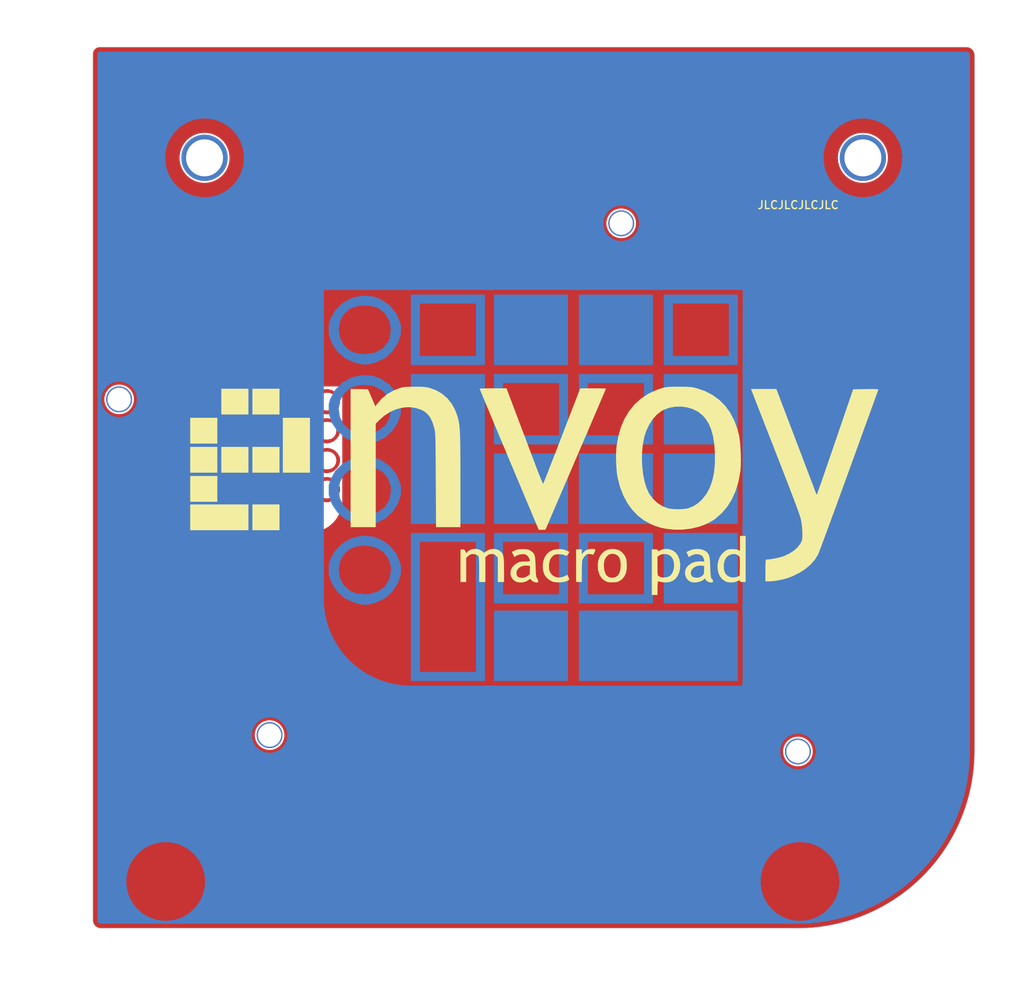
<source format=kicad_pcb>
(kicad_pcb (version 20210925) (generator pcbnew)
  (layers (0 "F.Cu" signal) (31 "B.Cu" signal) (34 "B.Paste" user) (35 "F.Paste" user) (36 "B.SilkS" user "B.Silkscreen") (37 "F.SilkS" user "F.Silkscreen") (38 "B.Mask" user) (39 "F.Mask" user) (44 "Edge.Cuts" user))
  (net 0 "")
  (footprint "Envoy:MountingHole_Reinforced_2.5mm" (layer "F.Cu") (at 176.2755 126.23175)
    (fp_text reference "H4" hide)
    (fp_text value "MountingHole")
    (pad "" thru_hole circle (at 0 0) (size 2.8 2.8) (drill 2.5) (layers *.Cu *.Mask))
  )
  (footprint "Envoy:MountingHole_Reinforced_2.5mm" (layer "F.Cu") (at 102.863 88.13175)
    (fp_text reference "H1" hide)
    (fp_text value "MountingHole")
    (pad "" thru_hole circle (at 0 0) (size 2.8 2.8) (drill 2.5) (layers *.Cu *.Mask))
  )
  (footprint "Envoy:MountingHole_Reinforced_2.5mm" (layer "F.Cu") (at 119.1355 124.46175)
    (fp_text reference "H3" hide)
    (fp_text value "MountingHole")
    (pad "" thru_hole circle (at 0 0) (size 2.8 2.8) (drill 2.5) (layers *.Cu *.Mask))
  )
  (footprint "Envoy:MountingHole_Reinforced_2.5mm" (layer "F.Cu") (at 157.162 69.08175)
    (fp_text reference "H2" hide)
    (fp_text value "MountingHole")
    (pad "" thru_hole circle (at 0 0) (size 2.8 2.8) (drill 2.5) (layers *.Cu *.Mask))
  )
  (footprint "Envoy:Keyboard_conical_foot" (layer "F.Cu") (at 112.1 62)
    (fp_text reference "H5" hide)
    (fp_text value "MountingHole")
    (pad "1" thru_hole circle locked (at 0 0) (size 5 5) (drill 4) (layers *.Cu "F.Mask"))
  )
  (footprint "Envoy:Keyboard_conical_foot" (layer "F.Cu") (at 183.3 62)
    (fp_text reference "H6" hide)
    (fp_text value "MountingHole")
    (pad "1" thru_hole circle locked (at 0 0) (size 5 5) (drill 4) (layers *.Cu "F.Mask"))
  )
  (footprint "Envoy:BumperLocator_8.5mm" (layer "F.Cu") (at 112.1 62)
    (fp_text reference "B2" hide)
    (fp_text value "BumperPad")
    (zone (net 0) (net_name "") (layer "B.Cu") (connect_pads (clearance 0)) (min_thickness 0.254)
      (keepout (tracks allowed) (vias allowed) (pads allowed) (copperpour not_allowed) (footprints allowed))
      (fill (thermal_gap 0.508) (thermal_bridge_width 0.508))
      (polygon (pts (xy 116.354819 62) (xy 116.335936 61.599586) (xy 116.279454 61.202726) (xy 116.185876 60.812943) (xy 116.056031 60.433697) (xy 115.891071 60.068353) (xy 115.692462 59.720154) (xy 115.461967 59.392191) (xy 115.20163 59.087376) (xy 114.913762 58.808413) (xy 114.60092 58.557779) (xy 114.265879 58.337698) (xy 113.911614 58.150125) (xy 113.541269 57.996723) (xy 113.15813 57.878854) (xy 112.7656 57.797565) (xy 112.367162 57.753577) (xy 111.966353 57.74728) (xy 111.56673 57.778732) (xy 111.17184 57.847651) (xy 110.785189 57.953427) (xy 110.410208 58.09512) (xy 110.050225 58.271474) (xy 109.708437 58.480922) (xy 109.387876 58.721606) (xy 109.091389 58.991389) (xy 108.821606 59.287876) (xy 108.580922 59.608437) (xy 108.371474 59.950225) (xy 108.19512 60.310208) (xy 108.053427 60.685189) (xy 107.947651 61.07184) (xy 107.878732 61.46673) (xy 107.84728 61.866353) (xy 107.853577 62.267162) (xy 107.897565 62.6656) (xy 107.978854 63.05813) (xy 108.096723 63.441269) (xy 108.250125 63.811614) (xy 108.437698 64.165879) (xy 108.657779 64.50092) (xy 108.908413 64.813762) (xy 109.187376 65.10163) (xy 109.492191 65.361967) (xy 109.820154 65.592462) (xy 110.168353 65.791071) (xy 110.533697 65.956031) (xy 110.912943 66.085876) (xy 111.302726 66.179454) (xy 111.699586 66.235936) (xy 112.1 66.254819) (xy 112.500414 66.235936) (xy 112.897274 66.179454) (xy 113.287057 66.085876) (xy 113.666303 65.956031) (xy 114.031647 65.791071) (xy 114.379846 65.592462) (xy 114.707809 65.361967) (xy 115.012624 65.10163) (xy 115.291587 64.813762) (xy 115.542221 64.50092) (xy 115.762302 64.165879) (xy 115.949875 63.811614) (xy 116.103277 63.441269) (xy 116.221146 63.05813) (xy 116.302435 62.6656) (xy 116.346423 62.267162)))
    )
  )
  (footprint "Envoy:BumperLocator_8.5mm" (layer "F.Cu") (at 176.5 140.3)
    (fp_text reference "B4" hide)
    (fp_text value "BumperPad")
    (zone (net 0) (net_name "") (layer "B.Cu") (connect_pads (clearance 0)) (min_thickness 0.254)
      (keepout (tracks allowed) (vias allowed) (pads allowed) (copperpour not_allowed) (footprints allowed))
      (fill (thermal_gap 0.508) (thermal_bridge_width 0.508))
      (polygon (pts (xy 180.754819 140.3) (xy 180.735936 139.899586) (xy 180.679454 139.502726) (xy 180.585876 139.112943) (xy 180.456031 138.733697) (xy 180.291071 138.368353) (xy 180.092462 138.020154) (xy 179.861967 137.692191) (xy 179.60163 137.387376) (xy 179.313762 137.108413) (xy 179.00092 136.857779) (xy 178.665879 136.637698) (xy 178.311614 136.450125) (xy 177.941269 136.296723) (xy 177.55813 136.178854) (xy 177.1656 136.097565) (xy 176.767162 136.053577) (xy 176.366353 136.04728) (xy 175.96673 136.078732) (xy 175.57184 136.147651) (xy 175.185189 136.253427) (xy 174.810208 136.39512) (xy 174.450225 136.571474) (xy 174.108437 136.780922) (xy 173.787876 137.021606) (xy 173.491389 137.291389) (xy 173.221606 137.587876) (xy 172.980922 137.908437) (xy 172.771474 138.250225) (xy 172.59512 138.610208) (xy 172.453427 138.985189) (xy 172.347651 139.37184) (xy 172.278732 139.76673) (xy 172.24728 140.166353) (xy 172.253577 140.567162) (xy 172.297565 140.9656) (xy 172.378854 141.35813) (xy 172.496723 141.741269) (xy 172.650125 142.111614) (xy 172.837698 142.465879) (xy 173.057779 142.80092) (xy 173.308413 143.113762) (xy 173.587376 143.40163) (xy 173.892191 143.661967) (xy 174.220154 143.892462) (xy 174.568353 144.091071) (xy 174.933697 144.256031) (xy 175.312943 144.385876) (xy 175.702726 144.479454) (xy 176.099586 144.535936) (xy 176.5 144.554819) (xy 176.900414 144.535936) (xy 177.297274 144.479454) (xy 177.687057 144.385876) (xy 178.066303 144.256031) (xy 178.431647 144.091071) (xy 178.779846 143.892462) (xy 179.107809 143.661967) (xy 179.412624 143.40163) (xy 179.691587 143.113762) (xy 179.942221 142.80092) (xy 180.162302 142.465879) (xy 180.349875 142.111614) (xy 180.503277 141.741269) (xy 180.621146 141.35813) (xy 180.702435 140.9656) (xy 180.746423 140.567162)))
    )
  )
  (footprint "Envoy:BumperLocator_8.5mm" (layer "F.Cu") (at 107.9 140.3)
    (fp_text reference "B1" hide)
    (fp_text value "BumperPad")
    (zone (net 0) (net_name "") (layer "B.Cu") (connect_pads (clearance 0)) (min_thickness 0.254)
      (keepout (tracks allowed) (vias allowed) (pads allowed) (copperpour not_allowed) (footprints allowed))
      (fill (thermal_gap 0.508) (thermal_bridge_width 0.508))
      (polygon (pts (xy 112.154819 140.3) (xy 112.135936 139.899586) (xy 112.079454 139.502726) (xy 111.985876 139.112943) (xy 111.856031 138.733697) (xy 111.691071 138.368353) (xy 111.492462 138.020154) (xy 111.261967 137.692191) (xy 111.00163 137.387376) (xy 110.713762 137.108413) (xy 110.40092 136.857779) (xy 110.065879 136.637698) (xy 109.711614 136.450125) (xy 109.341269 136.296723) (xy 108.95813 136.178854) (xy 108.5656 136.097565) (xy 108.167162 136.053577) (xy 107.766353 136.04728) (xy 107.36673 136.078732) (xy 106.97184 136.147651) (xy 106.585189 136.253427) (xy 106.210208 136.39512) (xy 105.850225 136.571474) (xy 105.508437 136.780922) (xy 105.187876 137.021606) (xy 104.891389 137.291389) (xy 104.621606 137.587876) (xy 104.380922 137.908437) (xy 104.171474 138.250225) (xy 103.99512 138.610208) (xy 103.853427 138.985189) (xy 103.747651 139.37184) (xy 103.678732 139.76673) (xy 103.64728 140.166353) (xy 103.653577 140.567162) (xy 103.697565 140.9656) (xy 103.778854 141.35813) (xy 103.896723 141.741269) (xy 104.050125 142.111614) (xy 104.237698 142.465879) (xy 104.457779 142.80092) (xy 104.708413 143.113762) (xy 104.987376 143.40163) (xy 105.292191 143.661967) (xy 105.620154 143.892462) (xy 105.968353 144.091071) (xy 106.333697 144.256031) (xy 106.712943 144.385876) (xy 107.102726 144.479454) (xy 107.499586 144.535936) (xy 107.9 144.554819) (xy 108.300414 144.535936) (xy 108.697274 144.479454) (xy 109.087057 144.385876) (xy 109.466303 144.256031) (xy 109.831647 144.091071) (xy 110.179846 143.892462) (xy 110.507809 143.661967) (xy 110.812624 143.40163) (xy 111.091587 143.113762) (xy 111.342221 142.80092) (xy 111.562302 142.465879) (xy 111.749875 142.111614) (xy 111.903277 141.741269) (xy 112.021146 141.35813) (xy 112.102435 140.9656) (xy 112.146423 140.567162)))
    )
  )
  (footprint "Envoy:BumperLocator_8.5mm" (layer "F.Cu") (at 183.3 62)
    (fp_text reference "B3" hide)
    (fp_text value "BumperPad")
    (zone (net 0) (net_name "") (layer "B.Cu") (connect_pads (clearance 0)) (min_thickness 0.254)
      (keepout (tracks allowed) (vias allowed) (pads allowed) (copperpour not_allowed) (footprints allowed))
      (fill (thermal_gap 0.508) (thermal_bridge_width 0.508))
      (polygon (pts (xy 187.554819 62) (xy 187.535936 61.599586) (xy 187.479454 61.202726) (xy 187.385876 60.812943) (xy 187.256031 60.433697) (xy 187.091071 60.068353) (xy 186.892462 59.720154) (xy 186.661967 59.392191) (xy 186.40163 59.087376) (xy 186.113762 58.808413) (xy 185.80092 58.557779) (xy 185.465879 58.337698) (xy 185.111614 58.150125) (xy 184.741269 57.996723) (xy 184.35813 57.878854) (xy 183.9656 57.797565) (xy 183.567162 57.753577) (xy 183.166353 57.74728) (xy 182.76673 57.778732) (xy 182.37184 57.847651) (xy 181.985189 57.953427) (xy 181.610208 58.09512) (xy 181.250225 58.271474) (xy 180.908437 58.480922) (xy 180.587876 58.721606) (xy 180.291389 58.991389) (xy 180.021606 59.287876) (xy 179.780922 59.608437) (xy 179.571474 59.950225) (xy 179.39512 60.310208) (xy 179.253427 60.685189) (xy 179.147651 61.07184) (xy 179.078732 61.46673) (xy 179.04728 61.866353) (xy 179.053577 62.267162) (xy 179.097565 62.6656) (xy 179.178854 63.05813) (xy 179.296723 63.441269) (xy 179.450125 63.811614) (xy 179.637698 64.165879) (xy 179.857779 64.50092) (xy 180.108413 64.813762) (xy 180.387376 65.10163) (xy 180.692191 65.361967) (xy 181.020154 65.592462) (xy 181.368353 65.791071) (xy 181.733697 65.956031) (xy 182.112943 66.085876) (xy 182.502726 66.179454) (xy 182.899586 66.235936) (xy 183.3 66.254819) (xy 183.700414 66.235936) (xy 184.097274 66.179454) (xy 184.487057 66.085876) (xy 184.866303 65.956031) (xy 185.231647 65.791071) (xy 185.579846 65.592462) (xy 185.907809 65.361967) (xy 186.212624 65.10163) (xy 186.491587 64.813762) (xy 186.742221 64.50092) (xy 186.962302 64.165879) (xy 187.149875 63.811614) (xy 187.303277 63.441269) (xy 187.421146 63.05813) (xy 187.502435 62.6656) (xy 187.546423 62.267162)))
    )
  )
  (footprint "Envoy:Envoy_name_80mm" (layer "F.Cu") (at 149.543689 97.782727)
    (fp_text reference "G***" hide)
    (fp_text value "LOGO" hide)
    (fp_poly (pts (xy -26.043944 -1.717183) (xy -28.977465 -1.717183) (xy -28.977465 -7.655775) (xy -26.043944 -7.655775)) (layer "F.Cu") (width 0) (fill solid))
    (fp_poly (pts (xy -29.335211 -4.865352) (xy -32.268732 -4.865352) (xy -32.268732 -5.223099) (xy -31.910986 -5.223099) (xy -29.692958 -5.223099) (xy -29.692958 -7.298028) (xy -31.910986 -7.298028) (xy -31.910986 -5.223099) (xy -32.268732 -5.223099) (xy -32.268732 -7.655775) (xy -29.335211 -7.655775)) (layer "F.Cu") (width 0) (fill solid))
    (fp_poly (pts (xy -29.335211 -8.013521) (xy -32.268732 -8.013521) (xy -32.268732 -10.803944) (xy -29.335211 -10.803944)) (layer "F.Cu") (width 0) (fill solid))
    (fp_poly (pts (xy -23.712751 -4.306887) (xy -23.348421 -4.108838) (xy -23.05215 -3.820799) (xy -22.85053 -3.459767) (xy -22.791787 -3.248114) (xy -22.790024 -2.873389) (xy -22.909708 -2.505776) (xy -23.131043 -2.175359) (xy -23.434233 -1.912224) (xy -23.775308 -1.753367) (xy -24.03666 -1.682219) (xy -24.228905 -1.657839) (xy -24.418278 -1.680533) (xy -24.671018 -1.750605) (xy -24.693747 -1.757585) (xy -25.031443 -1.92566) (xy -25.317048 -2.188365) (xy -25.529577 -2.512959) (xy -25.648046 -2.866702) (xy -25.649889 -3.055179) (xy -25.256634 -3.055179) (xy -25.195064 -2.685073) (xy -25.019003 -2.390996) (xy -24.742617 -2.186327) (xy -24.38007 -2.084448) (xy -24.219436 -2.075465) (xy -23.858868 -2.121042) (xy -23.632628 -2.215132) (xy -23.382586 -2.441892) (xy -23.234301 -2.732824) (xy -23.186917 -3.054871) (xy -23.23958 -3.374979) (xy -23.391435 -3.660091) (xy -23.641627 -3.87715) (xy -23.6761 -3.895963) (xy -23.885042 -3.965756) (xy -24.14384 -4.004176) (xy -24.219436 -4.006761) (xy -24.604931 -3.948221) (xy -24.916306 -3.78329) (xy -25.136085 -3.528) (xy -25.246794 -3.198383) (xy -25.256634 -3.055179) (xy -25.649889 -3.055179) (xy -25.65147 -3.216854) (xy -25.646175 -3.243593) (xy -25.486768 -3.661349) (xy -25.214571 -4.004987) (xy -24.849222 -4.254612) (xy -24.539225 -4.365031) (xy -24.11855 -4.397951)) (layer "F.Cu") (width 0) (fill solid))
    (fp_poly (pts (xy -36.060845 -1.717183) (xy -38.994366 -1.717183) (xy -38.994366 -4.507606) (xy -36.060845 -4.507606)) (layer "F.Cu") (width 0) (fill solid))
    (fp_poly (pts (xy -32.698028 -4.865352) (xy -35.631549 -4.865352) (xy -35.631549 -5.223099) (xy -35.273803 -5.223099) (xy -33.055775 -5.223099) (xy -33.055775 -7.298028) (xy -35.273803 -7.298028) (xy -35.273803 -5.223099) (xy -35.631549 -5.223099) (xy -35.631549 -7.655775) (xy -32.698028 -7.655775)) (layer "F.Cu") (width 0) (fill solid))
    (fp_poly (pts (xy -32.698028 1.430986) (xy -35.631549 1.430986) (xy -35.631549 1.073239) (xy -35.273803 1.073239) (xy -33.055775 1.073239) (xy -33.055775 -1.00169) (xy -35.273803 -1.00169) (xy -35.273803 1.073239) (xy -35.631549 1.073239) (xy -35.631549 -1.359437) (xy -32.698028 -1.359437)) (layer "F.Cu") (width 0) (fill solid))
    (fp_poly (pts (xy -26.043944 4.507606) (xy -28.977465 4.507606) (xy -28.977465 4.149859) (xy -28.619718 4.149859) (xy -26.40169 4.149859) (xy -26.40169 -1.00169) (xy -28.619718 -1.00169) (xy -28.619718 4.149859) (xy -28.977465 4.149859) (xy -28.977465 -1.359437) (xy -26.043944 -1.359437)) (layer "F.Cu") (width 0) (fill solid))
    (fp_poly (pts (xy -36.060845 -4.865352) (xy -38.994366 -4.865352) (xy -38.994366 -7.655775) (xy -36.060845 -7.655775)) (layer "F.Cu") (width 0) (fill solid))
    (fp_poly (pts (xy -29.335211 1.430986) (xy -32.268732 1.430986) (xy -32.268732 1.073239) (xy -31.910986 1.073239) (xy -29.692958 1.073239) (xy -29.692958 -1.00169) (xy -31.910986 -1.00169) (xy -31.910986 1.073239) (xy -32.268732 1.073239) (xy -32.268732 -1.359437) (xy -29.335211 -1.359437)) (layer "F.Cu") (width 0) (fill solid))
    (fp_poly (pts (xy -36.060845 -8.013521) (xy -38.994366 -8.013521) (xy -38.994366 -8.371268) (xy -38.63662 -8.371268) (xy -36.418591 -8.371268) (xy -36.418591 -10.446197) (xy -38.63662 -10.446197) (xy -38.63662 -8.371268) (xy -38.994366 -8.371268) (xy -38.994366 -10.803944) (xy -36.060845 -10.803944)) (layer "F.Cu") (width 0) (fill solid))
    (fp_poly (pts (xy -26.043944 -8.013521) (xy -28.977465 -8.013521) (xy -28.977465 -8.371268) (xy -28.619718 -8.371268) (xy -26.40169 -8.371268) (xy -26.40169 -10.446197) (xy -28.619718 -10.446197) (xy -28.619718 -8.371268) (xy -28.977465 -8.371268) (xy -28.977465 -10.803944) (xy -26.043944 -10.803944)) (layer "F.Cu") (width 0) (fill solid))
    (fp_poly (pts (xy -32.698028 -1.717183) (xy -35.631549 -1.717183) (xy -35.631549 -4.507606) (xy -32.698028 -4.507606)) (layer "F.Cu") (width 0) (fill solid))
    (fp_poly (pts (xy -36.060845 1.430986) (xy -38.994366 1.430986) (xy -38.994366 -1.359437) (xy -36.060845 -1.359437)) (layer "F.Cu") (width 0) (fill solid))
    (fp_poly (pts (xy -32.698028 -8.013521) (xy -35.631549 -8.013521) (xy -35.631549 -10.803944) (xy -32.698028 -10.803944)) (layer "F.Cu") (width 0) (fill solid))
    (fp_poly (pts (xy -32.698028 4.507606) (xy -38.994366 4.507606) (xy -38.994366 1.717183) (xy -32.698028 1.717183)) (layer "F.Cu") (width 0) (fill solid))
    (fp_poly (pts (xy -29.335211 -1.717183) (xy -32.268732 -1.717183) (xy -32.268732 -4.507606) (xy -29.335211 -4.507606)) (layer "F.Cu") (width 0) (fill solid))
    (fp_poly (pts (xy -23.712751 -1.158718) (xy -23.348421 -0.960669) (xy -23.05215 -0.67263) (xy -22.85053 -0.311598) (xy -22.791787 -0.099945) (xy -22.790024 0.27478) (xy -22.909708 0.642393) (xy -23.131043 0.97281) (xy -23.434233 1.235945) (xy -23.775308 1.394802) (xy -24.03666 1.46595) (xy -24.228905 1.49033) (xy -24.418278 1.467636) (xy -24.671018 1.397564) (xy -24.693747 1.390584) (xy -25.031443 1.222509) (xy -25.317048 0.959804) (xy -25.529577 0.63521) (xy -25.648046 0.281467) (xy -25.649889 0.09299) (xy -25.256634 0.09299) (xy -25.195064 0.463096) (xy -25.019003 0.757173) (xy -24.742617 0.961842) (xy -24.38007 1.063721) (xy -24.219436 1.072704) (xy -23.858868 1.027127) (xy -23.632628 0.933037) (xy -23.382586 0.706277) (xy -23.234301 0.415345) (xy -23.186917 0.093298) (xy -23.23958 -0.22681) (xy -23.391435 -0.511922) (xy -23.641627 -0.728981) (xy -23.6761 -0.747794) (xy -23.885042 -0.817587) (xy -24.14384 -0.856007) (xy -24.219436 -0.858592) (xy -24.604931 -0.800052) (xy -24.916306 -0.635121) (xy -25.136085 -0.379831) (xy -25.246794 -0.050214) (xy -25.256634 0.09299) (xy -25.649889 0.09299) (xy -25.65147 -0.068685) (xy -25.646175 -0.095424) (xy -25.486768 -0.51318) (xy -25.214571 -0.856818) (xy -24.849222 -1.106443) (xy -24.539225 -1.216862) (xy -24.11855 -1.249782)) (layer "F.Cu") (width 0) (fill solid))
    (fp_poly (pts (xy -23.712751 -7.526606) (xy -23.348421 -7.328556) (xy -23.05215 -7.040517) (xy -22.85053 -6.679485) (xy -22.791787 -6.467832) (xy -22.790024 -6.093107) (xy -22.909708 -5.725494) (xy -23.131043 -5.395077) (xy -23.434233 -5.131943) (xy -23.775308 -4.973085) (xy -24.03666 -4.901937) (xy -24.228905 -4.877558) (xy -24.418278 -4.900252) (xy -24.671018 -4.970323) (xy -24.693747 -4.977303) (xy -25.031443 -5.145378) (xy -25.317048 -5.408083) (xy -25.529577 -5.732677) (xy -25.648046 -6.086421) (xy -25.649889 -6.274898) (xy -25.256634 -6.274898) (xy -25.195064 -5.904792) (xy -25.019003 -5.610714) (xy -24.742617 -5.406045) (xy -24.38007 -5.304166) (xy -24.219436 -5.295183) (xy -23.858868 -5.34076) (xy -23.632628 -5.43485) (xy -23.382586 -5.66161) (xy -23.234301 -5.952542) (xy -23.186917 -6.27459) (xy -23.23958 -6.594697) (xy -23.391435 -6.879809) (xy -23.641627 -7.096869) (xy -23.6761 -7.115681) (xy -23.885042 -7.185475) (xy -24.14384 -7.223895) (xy -24.219436 -7.226479) (xy -24.604931 -7.167939) (xy -24.916306 -7.003009) (xy -25.136085 -6.747718) (xy -25.246794 -6.418101) (xy -25.256634 -6.274898) (xy -25.649889 -6.274898) (xy -25.65147 -6.436572) (xy -25.646175 -6.463311) (xy -25.486768 -6.881067) (xy -25.214571 -7.224705) (xy -24.849222 -7.474331) (xy -24.539225 -7.584749) (xy -24.11855 -7.617669)) (layer "F.Cu") (width 0) (fill solid))
    (fp_poly (pts (xy -23.712751 -10.674775) (xy -23.348421 -10.476726) (xy -23.05215 -10.188686) (xy -22.85053 -9.827654) (xy -22.791787 -9.616001) (xy -22.790024 -9.241276) (xy -22.909708 -8.873663) (xy -23.131043 -8.543246) (xy -23.434233 -8.280112) (xy -23.775308 -8.121254) (xy -24.03666 -8.050106) (xy -24.228905 -8.025727) (xy -24.418278 -8.048421) (xy -24.671018 -8.118492) (xy -24.693747 -8.125472) (xy -25.031443 -8.293547) (xy -25.317048 -8.556252) (xy -25.529577 -8.880846) (xy -25.648046 -9.23459) (xy -25.649992 -9.433595) (xy -25.252494 -9.433595) (xy -25.209534 -9.092702) (xy -25.146104 -8.936945) (xy -24.932981 -8.674075) (xy -24.624373 -8.505961) (xy -24.24075 -8.443506) (xy -24.219436 -8.443352) (xy -23.858868 -8.488929) (xy -23.632628 -8.583019) (xy -23.382586 -8.809779) (xy -23.234301 -9.100711) (xy -23.186917 -9.422759) (xy -23.23958 -9.742866) (xy -23.391435 -10.027978) (xy -23.641627 -10.245038) (xy -23.6761 -10.26385) (xy -23.960369 -10.350347) (xy -24.29927 -10.368617) (xy -24.621647 -10.318659) (xy -24.762773 -10.26385) (xy -25.018202 -10.056941) (xy -25.185079 -9.767598) (xy -25.252494 -9.433595) (xy -25.649992 -9.433595) (xy -25.65147 -9.584741) (xy -25.646175 -9.61148) (xy -25.486768 -10.029236) (xy -25.214571 -10.372874) (xy -24.849222 -10.6225) (xy -24.539225 -10.732918) (xy -24.11855 -10.765838)) (layer "F.Cu") (width 0) (fill solid))
    (fp_poly (pts (xy -29.335211 4.507606) (xy -32.268732 4.507606) (xy -32.268732 1.717183) (xy -29.335211 1.717183)) (layer "F.Cu") (width 0) (fill solid))
    (zone (net 0) (net_name "") (layer "F.Cu") (connect_pads (clearance 0)) (min_thickness 0.254)
      (keepout (tracks allowed) (vias allowed) (pads allowed) (copperpour not_allowed) (footprints allowed))
      (fill (thermal_gap 0.508) (thermal_bridge_width 0.508))
      (polygon (pts (xy 126.993689 99.202727) (xy 126.983689 99.352727) (xy 126.963689 99.492727) (xy 126.933689 99.662727) (xy 126.903689 99.802727) (xy 126.853689 99.992727) (xy 126.793689 100.192727) (xy 126.703689 100.412727) (xy 126.613689 100.612727) (xy 126.523689 100.772727) (xy 126.443689 100.912727) (xy 126.343689 101.062727) (xy 126.233689 101.212727) (xy 126.083689 101.382727) (xy 125.943689 101.522727) (xy 125.783689 101.672727) (xy 125.623689 101.802727) (xy 125.453689 101.932727) (xy 125.133689 102.112727) (xy 124.953689 102.202727) (xy 124.763689 102.282727) (xy 124.613689 102.332727) (xy 124.473689 102.382727) (xy 124.333689 102.422727) (xy 124.143689 102.462727) (xy 123.983689 102.492727) (xy 123.843689 102.512727) (xy 123.703689 102.522727) (xy 123.493689 102.532727) (xy 110.293689 102.532727) (xy 110.293689 86.732727) (xy 126.993689 86.732727)))
    )
  )
  (footprint "Envoy:Macro_Pad_Text_lowercase_32mm" (layer "F.Cu") (at 155.031788 106.1)
    (fp_text reference "G***" hide)
    (fp_text value "LOGO" hide)
  )
  (footprint "Envoy:Envoy_logo_50mm" (layer "B.Cu") (at 147.7 97.7 180)
    (fp_text reference "G***" hide)
    (fp_text value "LOGO" hide)
    (fp_poly (pts (xy 4.298462 13.286154) (xy -3.712307 13.286154) (xy -3.712307 20.906154) (xy 4.298462 20.906154)) (layer "B.Cu") (width 0) (fill solid))
    (fp_poly (pts (xy 13.286154 -20.906154) (xy 5.275385 -20.906154) (xy 5.275385 -19.929231) (xy 6.252308 -19.929231) (xy 12.309231 -19.929231) (xy 12.309231 -5.861539) (xy 6.252308 -5.861539) (xy 6.252308 -19.929231) (xy 5.275385 -19.929231) (xy 5.275385 -4.884616) (xy 13.286154 -4.884616)) (layer "B.Cu") (width 0) (fill solid))
    (fp_poly (pts (xy 13.286154 13.286154) (xy 5.275385 13.286154) (xy 5.275385 14.263077) (xy 6.252308 14.263077) (xy 12.309231 14.263077) (xy 12.309231 19.929231) (xy 6.252308 19.929231) (xy 6.252308 14.263077) (xy 5.275385 14.263077) (xy 5.275385 20.906154) (xy 13.286154 20.906154)) (layer "B.Cu") (width 0) (fill solid))
    (fp_poly (pts (xy -4.884615 13.286154) (xy -12.895384 13.286154) (xy -12.895384 20.906154) (xy -4.884615 20.906154)) (layer "B.Cu") (width 0) (fill solid))
    (fp_poly (pts (xy -4.884615 -20.906154) (xy -22.078461 -20.906154) (xy -22.078461 -13.286154) (xy -4.884615 -13.286154)) (layer "B.Cu") (width 0) (fill solid))
    (fp_poly (pts (xy -4.884615 4.689231) (xy -12.895384 4.689231) (xy -12.895384 5.666154) (xy -11.918461 5.666154) (xy -5.861538 5.666154) (xy -5.861538 11.332307) (xy -11.918461 11.332307) (xy -11.918461 5.666154) (xy -12.895384 5.666154) (xy -12.895384 12.309231) (xy -4.884615 12.309231)) (layer "B.Cu") (width 0) (fill solid))
    (fp_poly (pts (xy 19.652102 -5.432731) (xy 20.647005 -5.973558) (xy 21.456052 -6.760126) (xy 22.006631 -7.746022) (xy 22.167043 -8.323997) (xy 22.171857 -9.347284) (xy 21.845027 -10.351152) (xy 21.240613 -11.253444) (xy 20.412671 -11.972003) (xy 19.481273 -12.405806) (xy 18.767581 -12.600095) (xy 18.242606 -12.66667) (xy 17.725471 -12.604698) (xy 17.035297 -12.413349) (xy 16.97323 -12.394288) (xy 16.051059 -11.935313) (xy 15.271138 -11.217927) (xy 14.69077 -10.331535) (xy 14.367259 -9.365544) (xy 14.362226 -8.850857) (xy 15.436115 -8.850857) (xy 15.604249 -9.861531) (xy 16.085031 -10.664589) (xy 16.839778 -11.223492) (xy 17.829807 -11.501701) (xy 18.268462 -11.526232) (xy 19.25309 -11.40177) (xy 19.870899 -11.144833) (xy 20.553706 -10.525604) (xy 20.95864 -9.731136) (xy 21.088034 -8.851698) (xy 20.944223 -7.977558) (xy 20.529543 -7.198983) (xy 19.846326 -6.606243) (xy 19.75219 -6.55487) (xy 19.181616 -6.364281) (xy 18.4749 -6.259365) (xy 18.268462 -6.252308) (xy 17.215764 -6.412166) (xy 16.365473 -6.862554) (xy 15.765308 -7.559693) (xy 15.462986 -8.459802) (xy 15.436115 -8.850857) (xy 14.362226 -8.850857) (xy 14.357908 -8.409362) (xy 14.372368 -8.336343) (xy 14.807672 -7.195548) (xy 15.550979 -6.257152) (xy 16.548662 -5.575482) (xy 17.395192 -5.273955) (xy 18.54396 -5.184059)) (layer "B.Cu") (width 0) (fill solid))
    (fp_poly (pts (xy -14.067692 4.689231) (xy -22.078461 4.689231) (xy -22.078461 12.309231) (xy -14.067692 12.309231)) (layer "B.Cu") (width 0) (fill solid))
    (fp_poly (pts (xy 13.286154 -3.907693) (xy 5.275385 -3.907693) (xy 5.275385 12.309231) (xy 13.286154 12.309231)) (layer "B.Cu") (width 0) (fill solid))
    (fp_poly (pts (xy -4.884615 -3.907693) (xy -12.895384 -3.907693) (xy -12.895384 3.712307) (xy -4.884615 3.712307)) (layer "B.Cu") (width 0) (fill solid))
    (fp_poly (pts (xy 4.298462 -3.907693) (xy -3.712307 -3.907693) (xy -3.712307 3.712307) (xy 4.298462 3.712307)) (layer "B.Cu") (width 0) (fill solid))
    (fp_poly (pts (xy 19.652102 3.164192) (xy 20.647005 2.623365) (xy 21.456052 1.836797) (xy 22.006631 0.850901) (xy 22.167043 0.272926) (xy 22.171857 -0.750361) (xy 21.845027 -1.754229) (xy 21.240613 -2.65652) (xy 20.412671 -3.37508) (xy 19.481273 -3.808883) (xy 18.767581 -4.003172) (xy 18.242606 -4.069747) (xy 17.725471 -4.007775) (xy 17.035297 -3.816426) (xy 16.97323 -3.797365) (xy 16.051059 -3.33839) (xy 15.271138 -2.621004) (xy 14.69077 -1.734612) (xy 14.367259 -0.768621) (xy 14.362226 -0.253934) (xy 15.436115 -0.253934) (xy 15.604249 -1.264608) (xy 16.085031 -2.067666) (xy 16.839778 -2.626569) (xy 17.829807 -2.904778) (xy 18.268462 -2.929309) (xy 19.25309 -2.804847) (xy 19.870899 -2.54791) (xy 20.553706 -1.928681) (xy 20.95864 -1.134213) (xy 21.088034 -0.254775) (xy 20.944223 0.619366) (xy 20.529543 1.39794) (xy 19.846326 1.99068) (xy 19.75219 2.042053) (xy 19.181616 2.232642) (xy 18.4749 2.337558) (xy 18.268462 2.344615) (xy 17.215764 2.184757) (xy 16.365473 1.734369) (xy 15.765308 1.03723) (xy 15.462986 0.137121) (xy 15.436115 -0.253934) (xy 14.362226 -0.253934) (xy 14.357908 0.187562) (xy 14.372368 0.26058) (xy 14.807672 1.401375) (xy 15.550979 2.339772) (xy 16.548662 3.021441) (xy 17.395192 3.322968) (xy 18.54396 3.412864)) (layer "B.Cu") (width 0) (fill solid))
    (fp_poly (pts (xy -4.884615 -12.504616) (xy -12.895384 -12.504616) (xy -12.895384 -11.527693) (xy -11.918461 -11.527693) (xy -5.861538 -11.527693) (xy -5.861538 -5.861539) (xy -11.918461 -5.861539) (xy -11.918461 -11.527693) (xy -12.895384 -11.527693) (xy -12.895384 -4.884616) (xy -4.884615 -4.884616)) (layer "B.Cu") (width 0) (fill solid))
    (fp_poly (pts (xy -14.067692 -3.907693) (xy -22.078461 -3.907693) (xy -22.078461 3.712307) (xy -14.067692 3.712307)) (layer "B.Cu") (width 0) (fill solid))
    (fp_poly (pts (xy 19.652102 11.9565) (xy 20.647005 11.415673) (xy 21.456052 10.629105) (xy 22.006631 9.643208) (xy 22.167043 9.065234) (xy 22.171857 8.041947) (xy 21.845027 7.038079) (xy 21.240613 6.135787) (xy 20.412671 5.417228) (xy 19.481273 4.983425) (xy 18.767581 4.789135) (xy 18.242606 4.722561) (xy 17.725471 4.784533) (xy 17.035297 4.975881) (xy 16.97323 4.994943) (xy 16.051059 5.453917) (xy 15.271138 6.171304) (xy 14.69077 7.057696) (xy 14.367259 8.023686) (xy 14.362226 8.538374) (xy 15.436115 8.538374) (xy 15.604249 7.5277) (xy 16.085031 6.724642) (xy 16.839778 6.165739) (xy 17.829807 5.88753) (xy 18.268462 5.862999) (xy 19.25309 5.987461) (xy 19.870899 6.244397) (xy 20.553706 6.863627) (xy 20.95864 7.658095) (xy 21.088034 8.537533) (xy 20.944223 9.411673) (xy 20.529543 10.190247) (xy 19.846326 10.782987) (xy 19.75219 10.83436) (xy 19.181616 11.02495) (xy 18.4749 11.129866) (xy 18.268462 11.136923) (xy 17.215764 10.977065) (xy 16.365473 10.526677) (xy 15.765308 9.829538) (xy 15.462986 8.929429) (xy 15.436115 8.538374) (xy 14.362226 8.538374) (xy 14.357908 8.979869) (xy 14.372368 9.052888) (xy 14.807672 10.193683) (xy 15.550979 11.132079) (xy 16.548662 11.813749) (xy 17.395192 12.115276) (xy 18.54396 12.205172)) (layer "B.Cu") (width 0) (fill solid))
    (fp_poly (pts (xy 4.298462 -20.906154) (xy -3.712307 -20.906154) (xy -3.712307 -13.286154) (xy 4.298462 -13.286154)) (layer "B.Cu") (width 0) (fill solid))
    (fp_poly (pts (xy -14.067692 13.286154) (xy -22.078461 13.286154) (xy -22.078461 14.263077) (xy -21.101538 14.263077) (xy -15.044615 14.263077) (xy -15.044615 19.929231) (xy -21.101538 19.929231) (xy -21.101538 14.263077) (xy -22.078461 14.263077) (xy -22.078461 20.906154) (xy -14.067692 20.906154)) (layer "B.Cu") (width 0) (fill solid))
    (fp_poly (pts (xy 19.652102 20.553423) (xy 20.647005 20.012596) (xy 21.456052 19.226028) (xy 22.006631 18.240131) (xy 22.167043 17.662157) (xy 22.171857 16.63887) (xy 21.845027 15.635002) (xy 21.240613 14.73271) (xy 20.412671 14.014151) (xy 19.481273 13.580348) (xy 18.767581 13.386058) (xy 18.242606 13.319484) (xy 17.725471 13.381456) (xy 17.035297 13.572804) (xy 16.97323 13.591866) (xy 16.051059 14.05084) (xy 15.271138 14.768227) (xy 14.69077 15.654619) (xy 14.367259 16.620609) (xy 14.361944 17.164046) (xy 15.44742 17.164046) (xy 15.564735 16.233148) (xy 15.737947 15.80781) (xy 16.319935 15.089975) (xy 17.162674 14.630893) (xy 18.21026 14.460342) (xy 18.268462 14.459922) (xy 19.25309 14.584384) (xy 19.870899 14.841321) (xy 20.553706 15.46055) (xy 20.95864 16.255018) (xy 21.088034 17.134456) (xy 20.944223 18.008596) (xy 20.529543 18.78717) (xy 19.846326 19.37991) (xy 19.75219 19.431283) (xy 18.975915 19.667487) (xy 18.050456 19.717377) (xy 17.170119 19.580954) (xy 16.784734 19.431283) (xy 16.087218 18.866262) (xy 15.631514 18.076133) (xy 15.44742 17.164046) (xy 14.361944 17.164046) (xy 14.357908 17.576792) (xy 14.372368 17.649811) (xy 14.807672 18.790606) (xy 15.550979 19.729002) (xy 16.548662 20.410672) (xy 17.395192 20.712199) (xy 18.54396 20.802095)) (layer "B.Cu") (width 0) (fill solid))
    (fp_poly (pts (xy -14.067692 -12.504616) (xy -22.078461 -12.504616) (xy -22.078461 -4.884616) (xy -14.067692 -4.884616)) (layer "B.Cu") (width 0) (fill solid))
    (fp_poly (pts (xy 4.298462 4.689231) (xy -3.712307 4.689231) (xy -3.712307 5.666154) (xy -2.735384 5.666154) (xy 3.321539 5.666154) (xy 3.321539 11.332307) (xy -2.735384 11.332307) (xy -2.735384 5.666154) (xy -3.712307 5.666154) (xy -3.712307 12.309231) (xy 4.298462 12.309231)) (layer "B.Cu") (width 0) (fill solid))
    (fp_poly (pts (xy 4.298462 -12.504616) (xy -3.712307 -12.504616) (xy -3.712307 -11.527693) (xy -2.735384 -11.527693) (xy 3.321539 -11.527693) (xy 3.321539 -5.861539) (xy -2.735384 -5.861539) (xy -2.735384 -11.527693) (xy -3.712307 -11.527693) (xy -3.712307 -4.884616) (xy 4.298462 -4.884616)) (layer "B.Cu") (width 0) (fill solid))
    (zone (net 0) (net_name "") (layer "B.Cu") (connect_pads (clearance 0)) (min_thickness 0.254)
      (keepout (tracks allowed) (vias allowed) (pads allowed) (copperpour not_allowed) (footprints allowed))
      (fill (thermal_gap 0.508) (thermal_bridge_width 0.508))
      (polygon (pts (xy 125 109.7) (xy 125.01 110.08) (xy 125.03 110.5) (xy 125.11 111.1) (xy 125.18 111.52) (xy 125.26 111.87) (xy 125.35 112.21) (xy 125.43 112.48) (xy 125.53 112.8) (xy 125.62 113.05) (xy 125.75 113.36) (xy 125.89 113.67) (xy 126.05 114) (xy 126.18 114.24) (xy 126.37 114.57) (xy 126.56 114.88) (xy 126.77 115.18) (xy 126.97 115.45) (xy 127.22 115.76) (xy 127.41 115.98) (xy 127.64 116.23) (xy 127.94 116.52) (xy 128.19 116.75) (xy 128.52 117.02) (xy 128.79 117.23) (xy 129.12 117.47) (xy 129.41 117.66) (xy 129.72 117.85) (xy 129.99 117.99) (xy 130.36 118.18) (xy 130.66 118.32) (xy 131.01 118.46) (xy 131.35 118.59) (xy 131.8 118.73) (xy 132.31 118.86) (xy 132.63 118.93) (xy 132.97 118.99) (xy 133.28 119.03) (xy 133.76 119.08) (xy 134.4 119.1) (xy 170.25 119.1) (xy 170.3 76.3) (xy 125 76.3)))
    )
  )
  (gr_line (start 195.389 50.889) (end 195.389 126.2) (layer "Edge.Cuts") (width 0.05))
  (gr_line (start 100.012 144.488) (end 100.012 50.762) (layer "Edge.Cuts") (width 0.05))
  (gr_line (start 176.212 145.377) (end 100.901 145.377) (layer "Edge.Cuts") (width 0.05))
  (gr_arc (start 176.212 126.2) (end 176.212 145.377) (angle -90) (layer "Edge.Cuts") (width 0.05))
  (gr_arc (start 100.774 50.762) (end 100.774 50) (angle -90) (layer "Edge.Cuts") (width 0.05))
  (gr_arc (start 100.901 144.488) (end 100.012 144.488) (angle -90) (layer "Edge.Cuts") (width 0.05))
  (gr_arc (start 194.5 50.889) (end 195.389 50.889) (angle -90) (layer "Edge.Cuts") (width 0.05))
  (gr_line (start 100.774 50) (end 194.5 50) (layer "Edge.Cuts") (width 0.05))
  (gr_text "JLCJLCJLCJLC" (at 176.3 67.1) (layer "F.SilkS") (effects (font (size 0.85 0.85))))
  (zone (net 0) (net_name "") (layer "F.Cu") (connect_pads (clearance 0)) (min_thickness 0.254) (fill yes (thermal_gap 0.508) (thermal_bridge_width 0.508))
    (polygon (pts (xy 200.342 45.301) (xy 200.723 152.235) (xy 90.614 149.441) (xy 89.979 44.92)))
  )
  (zone (net 0) (net_name "") (layer "B.Cu") (connect_pads (clearance 0.508)) (min_thickness 0.254) (fill yes (thermal_gap 0.508) (thermal_bridge_width 0.508))
    (polygon (pts (xy 200.088 45.936) (xy 198.31 149.06) (xy 96.075 150.33) (xy 95.694 45.809)))
  )
)
</source>
